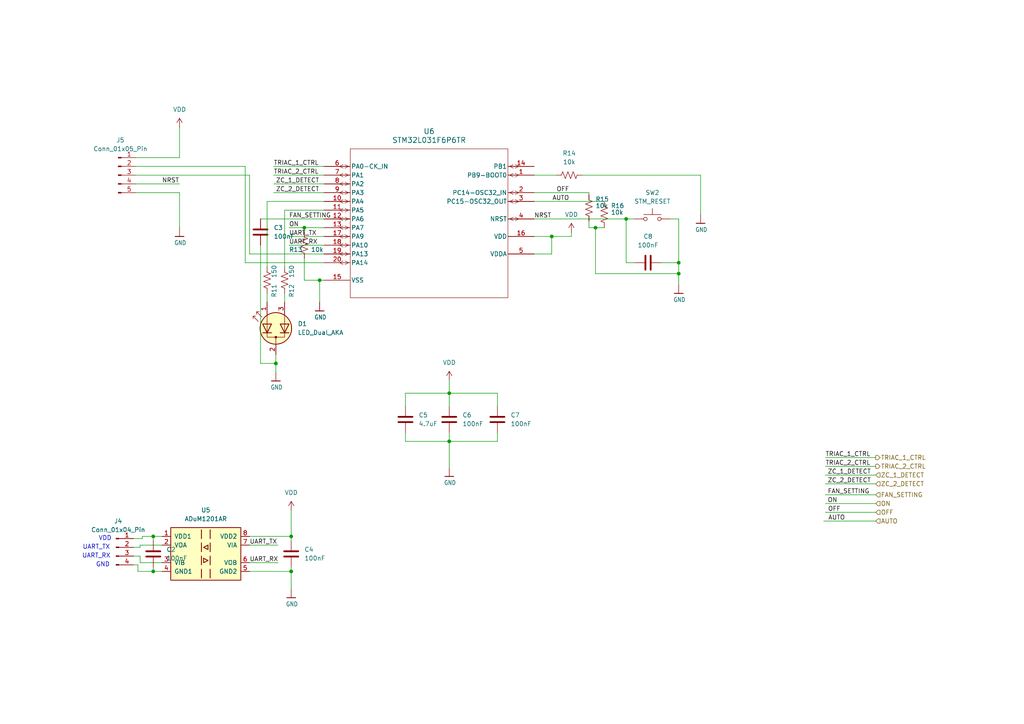
<source format=kicad_sch>
(kicad_sch (version 20250114) (generator "eeschema") (generator_version "9.0")
  (paper "A4")
  (lib_symbols
    (symbol "Adafruit Feather RP2040 RFM-eagle-import:GND" (power)
      (symbol "GND_1_0"
        (polyline (pts (xy -1.27 0) (xy 1.27 0)) (stroke (width 0.254)))
        (pin power_in line (at 0 2.54 270) (length 2.54) (name "GND") (number "1"))
      )
    )
    (symbol "Connector:Conn_01x04_Pin" (pin_names (offset 1.016) (hide yes))
      (property "Reference" "J" (at 0 5.08 0))
      (property "Value" "Conn_01x04_Pin" (at 0 -7.62 0))
      (symbol "Conn_01x04_Pin_1_1"
        (rectangle (start 0.8636 2.667) (end 0 2.413) (stroke (width 0.1524)) (fill (type outline)))
        (rectangle (start 0.8636 0.127) (end 0 -0.127) (stroke (width 0.1524)) (fill (type outline)))
        (rectangle (start 0.8636 -2.413) (end 0 -2.667) (stroke (width 0.1524)) (fill (type outline)))
        (rectangle (start 0.8636 -4.953) (end 0 -5.207) (stroke (width 0.1524)) (fill (type outline)))
        (polyline (pts (xy 1.27 2.54) (xy 0.8636 2.54)) (stroke (width 0.1524)))
        (polyline (pts (xy 1.27 0) (xy 0.8636 0)) (stroke (width 0.1524)))
        (polyline (pts (xy 1.27 -2.54) (xy 0.8636 -2.54)) (stroke (width 0.1524)))
        (polyline (pts (xy 1.27 -5.08) (xy 0.8636 -5.08)) (stroke (width 0.1524)))
        (pin passive line (at 5.08 2.54 180) (length 3.81) (name "Pin_1") (number "1"))
        (pin passive line (at 5.08 0 180) (length 3.81) (name "Pin_2") (number "2"))
        (pin passive line (at 5.08 -2.54 180) (length 3.81) (name "Pin_3") (number "3"))
        (pin passive line (at 5.08 -5.08 180) (length 3.81) (name "Pin_4") (number "4"))
      )
    )
    (symbol "Connector:Conn_01x05_Pin" (pin_names (offset 1.016) (hide yes))
      (property "Reference" "J" (at 0 7.62 0))
      (property "Value" "Conn_01x05_Pin" (at 0 -7.62 0))
      (symbol "Conn_01x05_Pin_1_1"
        (rectangle (start 0.8636 5.207) (end 0 4.953) (stroke (width 0.1524)) (fill (type outline)))
        (rectangle (start 0.8636 2.667) (end 0 2.413) (stroke (width 0.1524)) (fill (type outline)))
        (rectangle (start 0.8636 0.127) (end 0 -0.127) (stroke (width 0.1524)) (fill (type outline)))
        (rectangle (start 0.8636 -2.413) (end 0 -2.667) (stroke (width 0.1524)) (fill (type outline)))
        (rectangle (start 0.8636 -4.953) (end 0 -5.207) (stroke (width 0.1524)) (fill (type outline)))
        (polyline (pts (xy 1.27 5.08) (xy 0.8636 5.08)) (stroke (width 0.1524)))
        (polyline (pts (xy 1.27 2.54) (xy 0.8636 2.54)) (stroke (width 0.1524)))
        (polyline (pts (xy 1.27 0) (xy 0.8636 0)) (stroke (width 0.1524)))
        (polyline (pts (xy 1.27 -2.54) (xy 0.8636 -2.54)) (stroke (width 0.1524)))
        (polyline (pts (xy 1.27 -5.08) (xy 0.8636 -5.08)) (stroke (width 0.1524)))
        (pin passive line (at 5.08 5.08 180) (length 3.81) (name "Pin_1") (number "1"))
        (pin passive line (at 5.08 2.54 180) (length 3.81) (name "Pin_2") (number "2"))
        (pin passive line (at 5.08 0 180) (length 3.81) (name "Pin_3") (number "3"))
        (pin passive line (at 5.08 -2.54 180) (length 3.81) (name "Pin_4") (number "4"))
        (pin passive line (at 5.08 -5.08 180) (length 3.81) (name "Pin_5") (number "5"))
      )
    )
    (symbol "Device:C" (pin_numbers (hide yes)) (pin_names (offset 0.254))
      (property "Reference" "C" (at 0.635 2.54 0))
      (property "Value" "C" (at 0.635 -2.54 0))
      (symbol "C_0_1"
        (polyline (pts (xy -2.032 0.762) (xy 2.032 0.762)) (stroke (width 0.508)))
        (polyline (pts (xy -2.032 -0.762) (xy 2.032 -0.762)) (stroke (width 0.508)))
      )
      (symbol "C_1_1"
        (pin passive line (at 0 3.81 270) (length 2.794) (name "~") (number "1"))
        (pin passive line (at 0 -3.81 90) (length 2.794) (name "~") (number "2"))
      )
    )
    (symbol "Device:LED_Dual_AKA" (pin_names (offset 0) (hide yes))
      (property "Reference" "D" (at 0 5.715 0))
      (property "Value" "LED_Dual_AKA" (at 0 -6.35 0))
      (symbol "LED_Dual_AKA_0_1"
        (polyline (pts (xy -4.572 0) (xy -2.54 0)))
        (circle (center -2.54 0) (radius 0.2794) (fill (type outline)))
        (polyline (pts (xy -1.27 1.27) (xy -1.27 3.81)) (stroke (width 0.254)))
        (polyline (pts (xy -1.27 -1.27) (xy -1.27 -3.81)) (stroke (width 0.254)))
        (circle (center 0 0) (radius 4.572) (stroke (width 0.254)) (fill (type background)))
        (polyline (pts (xy 1.27 1.27) (xy 1.27 3.81) (xy -1.27 2.54) (xy 1.27 1.27)) (stroke (width 0.254)))
        (polyline (pts (xy 1.27 -3.81) (xy 1.27 -1.27) (xy -1.27 -2.54) (xy 1.27 -3.81)) (stroke (width 0.254)))
        (polyline (pts (xy 2.032 5.08) (xy 3.556 6.604) (xy 2.794 6.604) (xy 3.556 6.604) (xy 3.556 5.842)))
        (polyline (pts (xy 2.032 2.54) (xy -2.54 2.54) (xy -2.54 -2.54) (xy 2.032 -2.54)))
        (polyline (pts (xy 3.302 4.064) (xy 4.826 5.588) (xy 4.064 5.588) (xy 4.826 5.588) (xy 4.826 4.826)))
        (polyline (pts (xy 3.81 2.54) (xy 1.905 2.54)))
        (polyline (pts (xy 3.81 -2.54) (xy 1.905 -2.54)))
      )
      (symbol "LED_Dual_AKA_1_1"
        (pin input line (at -7.62 0 0) (length 3.048) (name "K") (number "2"))
        (pin input line (at 7.62 2.54 180) (length 3.81) (name "A1") (number "1"))
        (pin input line (at 7.62 -2.54 180) (length 3.81) (name "A2") (number "3"))
      )
    )
    (symbol "Device:R_US" (pin_numbers (hide yes)) (pin_names (offset 0))
      (property "Reference" "R" (at 2.54 0 90))
      (property "Value" "R_US" (at -2.54 0 90))
      (symbol "R_US_0_1"
        (polyline (pts (xy 0 2.286) (xy 0 2.54)))
        (polyline (pts (xy 0 2.286) (xy 1.016 1.905) (xy 0 1.524) (xy -1.016 1.143) (xy 0 0.762)))
        (polyline (pts (xy 0 0.762) (xy 1.016 0.381) (xy 0 0) (xy -1.016 -0.381) (xy 0 -0.762)))
        (polyline (pts (xy 0 -0.762) (xy 1.016 -1.143) (xy 0 -1.524) (xy -1.016 -1.905) (xy 0 -2.286)))
        (polyline (pts (xy 0 -2.286) (xy 0 -2.54)))
      )
      (symbol "R_US_1_1"
        (pin passive line (at 0 3.81 270) (length 1.27) (name "~") (number "1"))
        (pin passive line (at 0 -3.81 90) (length 1.27) (name "~") (number "2"))
      )
    )
    (symbol "Isolator:ADuM1201AR" (pin_names (offset 1.016))
      (property "Reference" "U" (at -10.16 8.89 0))
      (property "Value" "ADuM1201AR" (at -2.032 8.89 0))
      (symbol "ADuM1201AR_0_1"
        (rectangle (start -10.16 7.62) (end 10.16 -7.62) (stroke (width 0.254)) (fill (type background)))
        (polyline (pts (xy -1.27 6.985) (xy -1.27 4.445)) (stroke (width 0.254)))
        (polyline (pts (xy -1.27 3.175) (xy -1.27 0.635)) (stroke (width 0.254)))
        (polyline (pts (xy -1.27 -0.635) (xy -1.27 -3.175)) (stroke (width 0.254)))
        (polyline (pts (xy -1.27 -4.445) (xy -1.27 -6.985)) (stroke (width 0.254)))
        (polyline (pts (xy -0.635 -1.27) (xy -0.635 -2.54) (xy 0.635 -1.905) (xy -0.635 -1.27)) (stroke (width 0.254)))
        (polyline (pts (xy 0.635 2.54) (xy 0.635 1.27) (xy -0.635 1.905) (xy 0.635 2.54)) (stroke (width 0.254)))
        (polyline (pts (xy 1.27 6.985) (xy 1.27 4.445)) (stroke (width 0.254)))
        (polyline (pts (xy 1.27 3.175) (xy 1.27 0.635)) (stroke (width 0.254)))
        (polyline (pts (xy 1.27 -0.635) (xy 1.27 -3.175)) (stroke (width 0.254)))
        (polyline (pts (xy 1.27 -4.445) (xy 1.27 -6.985)) (stroke (width 0.254)))
      )
      (symbol "ADuM1201AR_1_1"
        (pin power_in line (at -12.7 5.08 0) (length 2.54) (name "VDD1") (number "1"))
        (pin output line (at -12.7 2.54 0) (length 2.54) (name "VOA") (number "2"))
        (pin input line (at -12.7 -2.54 0) (length 2.54) (name "VIB") (number "3"))
        (pin power_in line (at -12.7 -5.08 0) (length 2.54) (name "GND1") (number "4"))
        (pin power_in line (at 12.7 5.08 180) (length 2.54) (name "VDD2") (number "8"))
        (pin input line (at 12.7 2.54 180) (length 2.54) (name "VIA") (number "7"))
        (pin output line (at 12.7 -2.54 180) (length 2.54) (name "VOB") (number "6"))
        (pin power_in line (at 12.7 -5.08 180) (length 2.54) (name "GND2") (number "5"))
      )
    )
    (symbol "STM32F01:STM32L010F4P6" (pin_names (offset 0.254))
      (property "Reference" "U" (at 30.48 10.16 0))
      (property "Value" "STM32L010F4P6" (at 30.48 7.62 0))
      (symbol "STM32L010F4P6_0_1"
        (polyline (pts (xy 5.5372 0.5207) (xy 4.4958 0)) (stroke (width 0.127)))
        (polyline (pts (xy 5.5372 -0.5207) (xy 4.4958 0)) (stroke (width 0.127)))
        (polyline (pts (xy 5.5372 -2.0193) (xy 4.4958 -2.54)) (stroke (width 0.127)))
        (polyline (pts (xy 5.5372 -3.0607) (xy 4.4958 -2.54)) (stroke (width 0.127)))
        (polyline (pts (xy 5.5372 -4.5593) (xy 4.4958 -5.08)) (stroke (width 0.127)))
        (polyline (pts (xy 5.5372 -5.6007) (xy 4.4958 -5.08)) (stroke (width 0.127)))
        (polyline (pts (xy 5.5372 -7.0993) (xy 4.4958 -7.62)) (stroke (width 0.127)))
        (polyline (pts (xy 5.5372 -8.1407) (xy 4.4958 -7.62)) (stroke (width 0.127)))
        (polyline (pts (xy 5.5372 -9.6393) (xy 4.4958 -10.16)) (stroke (width 0.127)))
        (polyline (pts (xy 5.5372 -10.6807) (xy 4.4958 -10.16)) (stroke (width 0.127)))
        (polyline (pts (xy 5.5372 -12.1793) (xy 4.4958 -12.7)) (stroke (width 0.127)))
        (polyline (pts (xy 5.5372 -13.2207) (xy 4.4958 -12.7)) (stroke (width 0.127)))
        (polyline (pts (xy 5.5372 -14.7193) (xy 4.4958 -15.24)) (stroke (width 0.127)))
        (polyline (pts (xy 5.5372 -15.7607) (xy 4.4958 -15.24)) (stroke (width 0.127)))
        (polyline (pts (xy 5.5372 -17.2593) (xy 4.4958 -17.78)) (stroke (width 0.127)))
        (polyline (pts (xy 5.5372 -18.3007) (xy 4.4958 -17.78)) (stroke (width 0.127)))
        (polyline (pts (xy 5.5372 -19.7993) (xy 4.4958 -20.32)) (stroke (width 0.127)))
        (polyline (pts (xy 5.5372 -20.8407) (xy 4.4958 -20.32)) (stroke (width 0.127)))
        (polyline (pts (xy 5.5372 -22.3393) (xy 4.4958 -22.86)) (stroke (width 0.127)))
        (polyline (pts (xy 5.5372 -23.3807) (xy 4.4958 -22.86)) (stroke (width 0.127)))
        (polyline (pts (xy 5.5372 -24.8793) (xy 4.4958 -25.4)) (stroke (width 0.127)))
        (polyline (pts (xy 5.5372 -25.9207) (xy 4.4958 -25.4)) (stroke (width 0.127)))
        (polyline (pts (xy 5.5372 -27.4193) (xy 4.4958 -27.94)) (stroke (width 0.127)))
        (polyline (pts (xy 5.5372 -28.4607) (xy 4.4958 -27.94)) (stroke (width 0.127)))
        (polyline (pts (xy 7.0993 0) (xy 6.0579 0.5207)) (stroke (width 0.127)))
        (polyline (pts (xy 7.0993 0) (xy 6.0579 -0.5207)) (stroke (width 0.127)))
        (polyline (pts (xy 7.0993 -2.54) (xy 6.0579 -2.0193)) (stroke (width 0.127)))
        (polyline (pts (xy 7.0993 -2.54) (xy 6.0579 -3.0607)) (stroke (width 0.127)))
        (polyline (pts (xy 7.0993 -5.08) (xy 6.0579 -4.5593)) (stroke (width 0.127)))
        (polyline (pts (xy 7.0993 -5.08) (xy 6.0579 -5.6007)) (stroke (width 0.127)))
        (polyline (pts (xy 7.0993 -7.62) (xy 6.0579 -7.0993)) (stroke (width 0.127)))
        (polyline (pts (xy 7.0993 -7.62) (xy 6.0579 -8.1407)) (stroke (width 0.127)))
        (polyline (pts (xy 7.0993 -10.16) (xy 6.0579 -9.6393)) (stroke (width 0.127)))
        (polyline (pts (xy 7.0993 -10.16) (xy 6.0579 -10.6807)) (stroke (width 0.127)))
        (polyline (pts (xy 7.0993 -12.7) (xy 6.0579 -12.1793)) (stroke (width 0.127)))
        (polyline (pts (xy 7.0993 -12.7) (xy 6.0579 -13.2207)) (stroke (width 0.127)))
        (polyline (pts (xy 7.0993 -15.24) (xy 6.0579 -14.7193)) (stroke (width 0.127)))
        (polyline (pts (xy 7.0993 -15.24) (xy 6.0579 -15.7607)) (stroke (width 0.127)))
        (polyline (pts (xy 7.0993 -17.78) (xy 6.0579 -17.2593)) (stroke (width 0.127)))
        (polyline (pts (xy 7.0993 -17.78) (xy 6.0579 -18.3007)) (stroke (width 0.127)))
        (polyline (pts (xy 7.0993 -20.32) (xy 6.0579 -19.7993)) (stroke (width 0.127)))
        (polyline (pts (xy 7.0993 -20.32) (xy 6.0579 -20.8407)) (stroke (width 0.127)))
        (polyline (pts (xy 7.0993 -22.86) (xy 6.0579 -22.3393)) (stroke (width 0.127)))
        (polyline (pts (xy 7.0993 -22.86) (xy 6.0579 -23.3807)) (stroke (width 0.127)))
        (polyline (pts (xy 7.0993 -25.4) (xy 6.0579 -24.8793)) (stroke (width 0.127)))
        (polyline (pts (xy 7.0993 -25.4) (xy 6.0579 -25.9207)) (stroke (width 0.127)))
        (polyline (pts (xy 7.0993 -27.94) (xy 6.0579 -27.4193)) (stroke (width 0.127)))
        (polyline (pts (xy 7.0993 -27.94) (xy 6.0579 -28.4607)) (stroke (width 0.127)))
        (polyline (pts (xy 7.62 5.08) (xy 7.62 -38.1)) (stroke (width 0.127)))
        (polyline (pts (xy 7.62 -38.1) (xy 53.34 -38.1)) (stroke (width 0.127)))
        (polyline (pts (xy 53.34 5.08) (xy 7.62 5.08)) (stroke (width 0.127)))
        (polyline (pts (xy 53.34 -38.1) (xy 53.34 5.08)) (stroke (width 0.127)))
        (polyline (pts (xy 53.8607 0) (xy 54.9021 0.5207)) (stroke (width 0.127)))
        (polyline (pts (xy 53.8607 0) (xy 54.9021 -0.5207)) (stroke (width 0.127)))
        (polyline (pts (xy 53.8607 -2.54) (xy 54.9021 -2.0193)) (stroke (width 0.127)))
        (polyline (pts (xy 53.8607 -2.54) (xy 54.9021 -3.0607)) (stroke (width 0.127)))
        (polyline (pts (xy 53.8607 -7.62) (xy 54.9021 -7.0993)) (stroke (width 0.127)))
        (polyline (pts (xy 53.8607 -7.62) (xy 54.9021 -8.1407)) (stroke (width 0.127)))
        (polyline (pts (xy 53.8607 -10.16) (xy 54.9021 -9.6393)) (stroke (width 0.127)))
        (polyline (pts (xy 53.8607 -10.16) (xy 54.9021 -10.6807)) (stroke (width 0.127)))
        (polyline (pts (xy 53.8607 -15.24) (xy 54.9021 -14.7193)) (stroke (width 0.127)))
        (polyline (pts (xy 53.8607 -15.24) (xy 54.9021 -15.7607)) (stroke (width 0.127)))
        (polyline (pts (xy 55.4228 0.5207) (xy 56.4642 0)) (stroke (width 0.127)))
        (polyline (pts (xy 55.4228 -0.5207) (xy 56.4642 0)) (stroke (width 0.127)))
        (polyline (pts (xy 55.4228 -2.0193) (xy 56.4642 -2.54)) (stroke (width 0.127)))
        (polyline (pts (xy 55.4228 -3.0607) (xy 56.4642 -2.54)) (stroke (width 0.127)))
        (polyline (pts (xy 55.4228 -7.0993) (xy 56.4642 -7.62)) (stroke (width 0.127)))
        (polyline (pts (xy 55.4228 -8.1407) (xy 56.4642 -7.62)) (stroke (width 0.127)))
        (polyline (pts (xy 55.4228 -9.6393) (xy 56.4642 -10.16)) (stroke (width 0.127)))
        (polyline (pts (xy 55.4228 -10.6807) (xy 56.4642 -10.16)) (stroke (width 0.127)))
        (polyline (pts (xy 55.4228 -14.7193) (xy 56.4642 -15.24)) (stroke (width 0.127)))
        (polyline (pts (xy 55.4228 -15.7607) (xy 56.4642 -15.24)) (stroke (width 0.127)))
        (pin bidirectional line (at 0 0 0) (length 7.62) (name "PA0-CK_IN") (number "6"))
        (pin bidirectional line (at 0 -2.54 0) (length 7.62) (name "PA1") (number "7"))
        (pin bidirectional line (at 0 -5.08 0) (length 7.62) (name "PA2") (number "8"))
        (pin bidirectional line (at 0 -7.62 0) (length 7.62) (name "PA3") (number "9"))
        (pin bidirectional line (at 0 -10.16 0) (length 7.62) (name "PA4") (number "10"))
        (pin bidirectional line (at 0 -12.7 0) (length 7.62) (name "PA5") (number "11"))
        (pin bidirectional line (at 0 -15.24 0) (length 7.62) (name "PA6") (number "12"))
        (pin bidirectional line (at 0 -17.78 0) (length 7.62) (name "PA7") (number "13"))
        (pin bidirectional line (at 0 -20.32 0) (length 7.62) (name "PA9") (number "17"))
        (pin bidirectional line (at 0 -22.86 0) (length 7.62) (name "PA10") (number "18"))
        (pin bidirectional line (at 0 -25.4 0) (length 7.62) (name "PA13") (number "19"))
        (pin bidirectional line (at 0 -27.94 0) (length 7.62) (name "PA14") (number "20"))
        (pin power_in line (at 0 -33.02 0) (length 7.62) (name "VSS") (number "15"))
        (pin bidirectional line (at 60.96 0 180) (length 7.62) (name "PB1") (number "14"))
        (pin input line (at 60.96 -2.54 180) (length 7.62) (name "PB9-BOOT0") (number "1"))
        (pin bidirectional line (at 60.96 -7.62 180) (length 7.62) (name "PC14-OSC32_IN") (number "2"))
        (pin bidirectional line (at 60.96 -10.16 180) (length 7.62) (name "PC15-OSC32_OUT") (number "3"))
        (pin bidirectional line (at 60.96 -15.24 180) (length 7.62) (name "NRST") (number "4"))
        (pin power_in line (at 60.96 -20.32 180) (length 7.62) (name "VDD") (number "16"))
        (pin power_in line (at 60.96 -25.4 180) (length 7.62) (name "VDDA") (number "5"))
      )
    )
    (symbol "Switch:SW_Push" (pin_numbers (hide yes)) (pin_names (offset 1.016) (hide yes))
      (property "Reference" "SW" (at 1.27 2.54 0))
      (property "Value" "SW_Push" (at 0 -1.524 0))
      (symbol "SW_Push_0_1"
        (circle (center -2.032 0) (radius 0.508))
        (polyline (pts (xy 0 1.27) (xy 0 3.048)))
        (circle (center 2.032 0) (radius 0.508))
        (polyline (pts (xy 2.54 1.27) (xy -2.54 1.27)))
        (pin passive line (at -5.08 0 0) (length 2.54) (name "1") (number "1"))
        (pin passive line (at 5.08 0 180) (length 2.54) (name "2") (number "2"))
      )
    )
    (symbol "power:VDD" (power) (pin_numbers (hide yes)) (pin_names (offset 0) (hide yes))
      (property "Value" "VDD" (at 0 3.556 0))
      (symbol "VDD_0_1"
        (polyline (pts (xy -0.762 1.27) (xy 0 2.54)))
        (polyline (pts (xy 0 2.54) (xy 0.762 1.27)))
        (polyline (pts (xy 0 0) (xy 0 2.54)))
      )
      (symbol "VDD_1_1"
        (pin power_in line (at 0 0 90) (length 0) (name "~") (number "1"))
      )
    )
  )
  (text "GND" (at 29.845 163.83 0) (effects (font (size 1.27 1.27))))
  (text "UART_RX\n" (at 27.94 161.29 0) (effects (font (size 1.27 1.27))))
  (text "VDD" (at 30.48 156.21 0) (effects (font (size 1.27 1.27))))
  (text "UART_TX" (at 27.94 158.75 0) (effects (font (size 1.27 1.27))))
  (junction (at 172.72 66.04))
  (junction (at 80.01 105.41))
  (junction (at 160.02 68.58))
  (junction (at 196.85 76.2))
  (junction (at 44.45 165.735))
  (junction (at 130.302 114.046))
  (junction (at 181.61 63.5))
  (junction (at 196.85 79.375))
  (junction (at 88.265 66.04))
  (junction (at 130.302 128.016))
  (junction (at 44.45 155.575))
  (junction (at 84.455 165.735))
  (junction (at 92.71 81.28))
  (junction (at 84.455 155.575))
  (wire (pts (xy 83.82 66.04) (xy 88.265 66.04)))
  (wire (pts (xy 38.735 163.83) (xy 40.005 163.83)))
  (wire (pts (xy 239.395 143.51) (xy 254 143.51)))
  (wire (pts (xy 38.735 158.75) (xy 40.64 158.75)))
  (wire (pts (xy 41.275 155.575) (xy 44.45 155.575)))
  (wire (pts (xy 238.9051 151.13) (xy 254 151.13)))
  (wire (pts (xy 191.77 76.2) (xy 196.85 76.2)))
  (wire (pts (xy 82.55 60.96) (xy 93.98 60.96)))
  (wire (pts (xy 181.61 63.5) (xy 184.15 63.5)))
  (wire (pts (xy 44.45 155.575) (xy 44.45 156.845)))
  (wire (pts (xy 72.39 73.66) (xy 93.98 73.66)))
  (wire (pts (xy 72.39 158.115) (xy 80.645 158.115)))
  (wire (pts (xy 196.85 76.2) (xy 196.85 79.375)))
  (wire (pts (xy 88.265 74.93) (xy 88.265 81.28)))
  (wire (pts (xy 82.55 85.09) (xy 82.55 87.63)))
  (wire (pts (xy 44.45 164.465) (xy 44.45 165.735)))
  (wire (pts (xy 75.565 63.5) (xy 93.98 63.5)))
  (wire (pts (xy 72.39 50.8) (xy 72.39 73.66)))
  (wire (pts (xy 117.602 117.856) (xy 117.602 114.046)))
  (wire (pts (xy 154.94 55.88) (xy 170.815 55.88)))
  (wire (pts (xy 194.31 63.5) (xy 196.85 63.5)))
  (wire (pts (xy 72.39 163.195) (xy 80.645 163.195)))
  (wire (pts (xy 83.82 68.58) (xy 93.98 68.58)))
  (wire (pts (xy 39.37 45.72) (xy 52.07 45.72)))
  (wire (pts (xy 154.94 73.66) (xy 160.02 73.66)))
  (wire (pts (xy 165.735 67.31) (xy 165.735 68.58)))
  (wire (pts (xy 77.47 58.42) (xy 77.47 77.47)))
  (wire (pts (xy 239.395 146.05) (xy 254 146.05)))
  (wire (pts (xy 72.39 155.575) (xy 84.455 155.575)))
  (wire (pts (xy 144.272 114.046) (xy 144.272 117.856)))
  (wire (pts (xy 88.265 81.28) (xy 92.71 81.28)))
  (wire (pts (xy 88.265 66.04) (xy 88.265 67.31)))
  (wire (pts (xy 172.72 66.04) (xy 172.72 79.375)))
  (wire (pts (xy 239.395 140.335) (xy 254 140.335)))
  (wire (pts (xy 239.395 135.255) (xy 254 135.255)))
  (wire (pts (xy 88.265 66.04) (xy 93.98 66.04)))
  (wire (pts (xy 117.602 128.016) (xy 130.302 128.016)))
  (wire (pts (xy 75.565 105.41) (xy 80.01 105.41)))
  (wire (pts (xy 44.45 155.575) (xy 46.99 155.575)))
  (wire (pts (xy 172.72 79.375) (xy 196.85 79.375)))
  (wire (pts (xy 79.375 50.8) (xy 93.98 50.8)))
  (wire (pts (xy 84.455 164.465) (xy 84.455 165.735)))
  (wire (pts (xy 196.85 79.375) (xy 196.85 82.55)))
  (wire (pts (xy 40.64 158.75) (xy 40.64 158.115)))
  (wire (pts (xy 196.85 63.5) (xy 196.85 76.2)))
  (wire (pts (xy 130.302 128.016) (xy 144.272 128.016)))
  (wire (pts (xy 165.735 68.58) (xy 160.02 68.58)))
  (wire (pts (xy 80.01 107.95) (xy 80.01 105.41)))
  (wire (pts (xy 40.64 161.29) (xy 40.64 163.195)))
  (wire (pts (xy 168.91 50.8) (xy 203.2 50.8)))
  (wire (pts (xy 144.272 128.016) (xy 144.272 125.476)))
  (wire (pts (xy 239.395 148.59) (xy 254 148.59)))
  (wire (pts (xy 130.302 110.236) (xy 130.302 114.046)))
  (wire (pts (xy 84.455 165.735) (xy 84.455 170.815)))
  (wire (pts (xy 160.02 68.58) (xy 160.02 73.66)))
  (wire (pts (xy 72.39 165.735) (xy 84.455 165.735)))
  (wire (pts (xy 77.47 58.42) (xy 93.98 58.42)))
  (wire (pts (xy 52.07 36.83) (xy 52.07 45.72)))
  (wire (pts (xy 82.55 60.96) (xy 82.55 77.47)))
  (wire (pts (xy 203.2 50.8) (xy 203.2 62.23)))
  (wire (pts (xy 80.01 105.41) (xy 80.01 102.87)))
  (wire (pts (xy 170.815 56.515) (xy 170.815 55.88)))
  (wire (pts (xy 79.375 53.34) (xy 93.98 53.34)))
  (wire (pts (xy 154.94 58.42) (xy 175.26 58.42)))
  (wire (pts (xy 117.602 114.046) (xy 130.302 114.046)))
  (wire (pts (xy 40.64 158.115) (xy 46.99 158.115)))
  (wire (pts (xy 40.005 165.735) (xy 44.45 165.735)))
  (wire (pts (xy 77.47 85.09) (xy 77.47 87.63)))
  (wire (pts (xy 239.395 137.795) (xy 254 137.795)))
  (wire (pts (xy 84.455 147.955) (xy 84.455 155.575)))
  (wire (pts (xy 170.815 64.135) (xy 170.815 66.04)))
  (wire (pts (xy 44.45 165.735) (xy 46.99 165.735)))
  (wire (pts (xy 75.565 71.12) (xy 75.565 105.41)))
  (wire (pts (xy 181.61 63.5) (xy 181.61 76.2)))
  (wire (pts (xy 154.94 63.5) (xy 181.61 63.5)))
  (wire (pts (xy 239.395 132.715) (xy 254 132.715)))
  (wire (pts (xy 172.72 66.04) (xy 175.26 66.04)))
  (wire (pts (xy 130.302 125.476) (xy 130.302 128.016)))
  (wire (pts (xy 79.375 48.26) (xy 93.98 48.26)))
  (wire (pts (xy 84.455 155.575) (xy 84.455 156.845)))
  (wire (pts (xy 130.302 114.046) (xy 144.272 114.046)))
  (wire (pts (xy 40.005 163.83) (xy 40.005 165.735)))
  (wire (pts (xy 41.275 156.21) (xy 41.275 155.575)))
  (wire (pts (xy 39.37 55.88) (xy 52.07 55.88)))
  (wire (pts (xy 130.302 114.046) (xy 130.302 117.856)))
  (wire (pts (xy 39.37 50.8) (xy 72.39 50.8)))
  (wire (pts (xy 40.64 163.195) (xy 46.99 163.195)))
  (wire (pts (xy 154.94 68.58) (xy 160.02 68.58)))
  (wire (pts (xy 79.375 55.88) (xy 93.98 55.88)))
  (wire (pts (xy 92.71 81.28) (xy 92.71 87.63)))
  (wire (pts (xy 39.37 48.26) (xy 71.12 48.26)))
  (wire (pts (xy 170.815 66.04) (xy 172.72 66.04)))
  (wire (pts (xy 52.07 55.88) (xy 52.07 66.04)))
  (wire (pts (xy 181.61 76.2) (xy 184.15 76.2)))
  (wire (pts (xy 39.37 53.34) (xy 52.07 53.34)))
  (wire (pts (xy 93.98 81.28) (xy 92.71 81.28)))
  (wire (pts (xy 71.12 76.2) (xy 93.98 76.2)))
  (wire (pts (xy 117.602 125.476) (xy 117.602 128.016)))
  (wire (pts (xy 154.94 50.8) (xy 161.29 50.8)))
  (wire (pts (xy 71.12 48.26) (xy 71.12 76.2)))
  (wire (pts (xy 38.735 161.29) (xy 40.64 161.29)))
  (wire (pts (xy 130.302 128.016) (xy 130.302 135.636)))
  (wire (pts (xy 38.735 156.21) (xy 41.275 156.21)))
  (wire (pts (xy 83.82 71.12) (xy 93.98 71.12)))
  (label "ON" (at 240.03 146.05 0))
  (label "UART_RX" (at 83.82 71.12 0))
  (label "ZC_1_DETECT" (at 80.01 53.34 0))
  (label "UART_TX" (at 72.39 158.115 0))
  (label "ZC_1_DETECT" (at 240.03 137.795 0))
  (label "TRIAC_1_CTRL" (at 239.395 132.715 0))
  (label "TRIAC_2_CTRL" (at 239.395 135.255 0))
  (label "TRIAC_2_CTRL" (at 79.375 50.8 0))
  (label "AUTO" (at 245.11 151.13 180))
  (label "ZC_2_DETECT" (at 240.03 140.335 0))
  (label "ON" (at 83.82 66.04 0))
  (label "TRIAC_1_CTRL" (at 79.375 48.26 0))
  (label "OFF" (at 165.1 55.88 180))
  (label "ZC_2_DETECT" (at 80.01 55.88 0))
  (label "UART_TX" (at 83.82 68.58 0))
  (label "OFF" (at 243.84 148.59 180))
  (label "FAN_SETTING" (at 240.03 143.51 0))
  (label "NRST" (at 154.94 63.5 0))
  (label "NRST" (at 46.99 53.34 0))
  (label "FAN_SETTING" (at 83.82 63.5 0))
  (label "AUTO" (at 165.1 58.42 180))
  (label "UART_RX" (at 72.39 163.195 0))
  (hierarchical_label "OFF" (shape input) (at 254 148.59 0))
  (hierarchical_label "ZC_1_DETECT" (shape input) (at 254 137.795 0))
  (hierarchical_label "FAN_SETTING" (shape input) (at 254 143.51 0))
  (hierarchical_label "ZC_2_DETECT" (shape input) (at 254 140.335 0))
  (hierarchical_label "TRIAC_1_CTRL" (shape output) (at 254 132.715 0))
  (hierarchical_label "TRIAC_2_CTRL" (shape output) (at 254 135.255 0))
  (hierarchical_label "AUTO" (shape input) (at 254 151.13 0))
  (hierarchical_label "ON" (shape input) (at 254 146.05 0))
  (symbol (lib_id "Connector:Conn_01x05_Pin") (at 34.29 50.8 0) (unit 1)
    (property "Reference" "J5" (at 34.925 40.64 0))
    (property "Value" "Conn_01x05_Pin" (at 34.925 43.18 0))
    (property "Footprint" "Connector_JST:JST_EH_B5B-EH-A_1x05_P2.50mm_Vertical" (effects (hide yes)))
    (property "Description" "Generic connector, single row, 01x05, script generated" (effects (hide yes)))
    (instances (project "" (path "" (reference "J5") (unit 1))) (project "" (path "" (reference "J1") (unit 1))))
  )
  (symbol (lib_id "Adafruit Feather RP2040 RFM-eagle-import:GND") (at 92.71 90.17 0) (unit 1)
    (property "Reference" "#U$010" (effects (hide yes)))
    (property "Value" "GND" (at 91.186 92.71 0) (effects (font (size 1.27 1.0795)) (justify left bottom)))
    (instances (project "bramble" (path "" (reference "#U$010") (unit 1))) (project "bramble" (path "" (reference "#U$07") (unit 1))))
  )
  (symbol (lib_id "Device:C") (at 130.302 121.666 0) (unit 1)
    (property "Reference" "C6" (at 134.112 120.3959 0) (effects (justify left)))
    (property "Value" "100nF" (at 134.112 122.9359 0) (effects (justify left)))
    (property "Footprint" "Capacitor_SMD:C_0805_2012Metric" (effects (hide yes)))
    (property "Description" "Unpolarized capacitor" (effects (hide yes)))
    (instances (project "bramble" (path "" (reference "C6") (unit 1))) (project "bramble" (path "" (reference "C4") (unit 1))))
  )
  (symbol (lib_id "Switch:SW_Push") (at 189.23 63.5 0) (unit 1)
    (property "Reference" "SW2" (at 189.23 55.88 0))
    (property "Value" "STM_RESET" (at 189.23 58.42 0))
    (property "Footprint" "Button_Switch_SMD:SW_SPST_EVQP2_MiddlePushTravel_H2.5mm" (effects (hide yes)))
    (property "Description" "Push button switch, generic, two pins" (effects (hide yes)))
    (instances (project "bramble" (path "" (reference "SW2") (unit 1))) (project "bramble" (path "" (reference "SW1") (unit 1))))
  )
  (symbol (lib_id "Isolator:ADuM1201AR") (at 59.69 160.655 0) (unit 1)
    (property "Reference" "U5" (at 59.69 147.955 0))
    (property "Value" "ADuM1201AR" (at 59.69 150.495 0))
    (property "Footprint" "Package_SO:SOIC-8_3.9x4.9mm_P1.27mm" (effects (hide yes)))
    (property "Datasheet" "https://www.analog.com/media/en/technical-documentation/data-sheets/ADuM1200_1201.pdf" (effects (hide yes)))
    (property "Description" "Dual-channel digital isolator, bidirectional communication, 3V/5V level translation, SOIC-8" (effects (hide yes)))
  )
  (symbol (lib_id "Device:C") (at 144.272 121.666 0) (unit 1)
    (property "Reference" "C7" (at 148.082 120.3959 0) (effects (justify left)))
    (property "Value" "100nF" (at 148.082 122.9359 0) (effects (justify left)))
    (property "Footprint" "Capacitor_SMD:C_0805_2012Metric" (effects (hide yes)))
    (property "Description" "Unpolarized capacitor" (effects (hide yes)))
    (instances (project "bramble" (path "" (reference "C7") (unit 1))) (project "bramble" (path "" (reference "C5") (unit 1))))
  )
  (symbol (lib_id "Device:R_US") (at 170.815 60.325 0) (unit 1)
    (property "Reference" "R15" (at 172.72 57.785 0) (effects (justify left)))
    (property "Value" "10k" (at 172.72 59.69 0) (effects (justify left)))
    (property "Footprint" "Resistor_SMD:R_0805_2012Metric" (effects (hide yes)))
    (property "Description" "Resistor, US symbol" (effects (hide yes)))
  )
  (symbol (lib_id "power:VDD") (at 130.302 110.236 0) (unit 1)
    (property "Reference" "#PWR013" (effects (hide yes)))
    (property "Value" "VDD" (at 130.302 105.156 0))
    (property "Description" "Power symbol creates a global label with name \"VDD\"" (effects (hide yes)))
    (instances (project "bramble" (path "" (reference "#PWR013") (unit 1))) (project "bramble" (path "" (reference "#PWR016") (unit 1))))
  )
  (symbol (lib_id "Device:R_US") (at 77.47 81.28 180) (unit 1)
    (property "Reference" "R11" (at 79.502 84.328 90))
    (property "Value" "150" (at 79.502 78.74 90))
    (property "Footprint" "Resistor_SMD:R_0805_2012Metric" (effects (hide yes)))
    (property "Description" "Resistor, US symbol" (effects (hide yes)))
    (instances (project "bramble" (path "" (reference "R11") (unit 1))) (project "bramble" (path "" (reference "R22") (unit 1))))
  )
  (symbol (lib_id "Adafruit Feather RP2040 RFM-eagle-import:GND") (at 84.455 173.355 0) (unit 1)
    (property "Reference" "#U$09" (effects (hide yes)))
    (property "Value" "GND" (at 82.931 175.895 0) (effects (font (size 1.27 1.0795)) (justify left bottom)))
  )
  (symbol (lib_id "Device:LED_Dual_AKA") (at 80.01 95.25 90) (unit 1)
    (property "Reference" "D1" (at 86.36 93.9164 90) (effects (justify right)))
    (property "Value" "LED_Dual_AKA" (at 86.36 96.4564 90) (effects (justify right)))
    (property "Footprint" "LED_THT:LED_D3.0mm-3" (effects (hide yes)))
    (property "Description" "Dual LED, common cathode on pin 2" (effects (hide yes)))
  )
  (symbol (lib_id "Device:R_US") (at 165.1 50.8 90) (unit 1)
    (property "Reference" "R14" (at 165.1 44.45 90))
    (property "Value" "10k" (at 165.1 46.99 90))
    (property "Footprint" "Resistor_SMD:R_0805_2012Metric" (effects (hide yes)))
    (property "Description" "Resistor, US symbol" (effects (hide yes)))
    (instances (project "" (path "" (reference "R14") (unit 1))) (project "" (path "" (reference "R11") (unit 1))))
  )
  (symbol (lib_id "power:VDD") (at 52.07 36.83 0) (unit 1)
    (property "Reference" "#PWR011" (effects (hide yes)))
    (property "Value" "VDD" (at 52.07 31.75 0))
    (property "Description" "Power symbol creates a global label with name \"VDD\"" (effects (hide yes)))
    (instances (project "bramble" (path "" (reference "#PWR011") (unit 1))) (project "bramble" (path "" (reference "#PWR014") (unit 1))))
  )
  (symbol (lib_id "Adafruit Feather RP2040 RFM-eagle-import:GND") (at 196.85 85.09 0) (unit 1)
    (property "Reference" "#U$012" (effects (hide yes)))
    (property "Value" "GND" (at 195.326 87.63 0) (effects (font (size 1.27 1.0795)) (justify left bottom)))
    (instances (project "bramble" (path "" (reference "#U$012") (unit 1))) (project "bramble" (path "" (reference "#U$09") (unit 1))))
  )
  (symbol (lib_id "Adafruit Feather RP2040 RFM-eagle-import:GND") (at 52.07 68.58 0) (unit 1)
    (property "Reference" "#U$07" (effects (hide yes)))
    (property "Value" "GND" (at 50.546 71.12 0) (effects (font (size 1.27 1.0795)) (justify left bottom)))
    (instances (project "bramble" (path "" (reference "#U$07") (unit 1))) (project "bramble" (path "" (reference "#U$04") (unit 1))))
  )
  (symbol (lib_id "Device:C") (at 75.565 67.31 0) (unit 1)
    (property "Reference" "C3" (at 79.375 66.0399 0) (effects (justify left)))
    (property "Value" "100nF" (at 79.375 68.5799 0) (effects (justify left)))
    (property "Footprint" "Capacitor_SMD:C_0805_2012Metric" (effects (hide yes)))
    (property "Description" "Unpolarized capacitor" (effects (hide yes)))
  )
  (symbol (lib_id "STM32F01:STM32L010F4P6") (at 93.98 48.26 0) (unit 1)
    (property "Reference" "U6" (at 124.46 38.1 0) (effects (font (size 1.524 1.524))))
    (property "Value" "STM32L031F6P6TR" (at 124.46 40.64 0) (effects (font (size 1.524 1.524))))
    (property "Footprint" "Package_SO:TSSOP-20_4.4x6.5mm_P0.65mm" (effects (hide yes)))
    (property "Datasheet" "https://www.st.com/resource/en/datasheet/stm32l010f4.pdf" (effects (hide yes)))
    (instances (project "bramble" (path "" (reference "U6") (unit 1))) (project "bramble" (path "" (reference "U3") (unit 1))))
  )
  (symbol (lib_id "Adafruit Feather RP2040 RFM-eagle-import:GND") (at 130.302 138.176 0) (unit 1)
    (property "Reference" "#U$011" (effects (hide yes)))
    (property "Value" "GND" (at 128.778 140.716 0) (effects (font (size 1.27 1.0795)) (justify left bottom)))
    (instances (project "bramble" (path "" (reference "#U$011") (unit 1))) (project "bramble" (path "" (reference "#U$05") (unit 1))))
  )
  (symbol (lib_id "Device:R_US") (at 82.55 81.28 180) (unit 1)
    (property "Reference" "R12" (at 84.582 84.328 90))
    (property "Value" "150" (at 84.582 78.74 90))
    (property "Footprint" "Resistor_SMD:R_0805_2012Metric" (effects (hide yes)))
    (property "Description" "Resistor, US symbol" (effects (hide yes)))
    (instances (project "bramble" (path "" (reference "R12") (unit 1))) (project "bramble" (path "" (reference "R23") (unit 1))))
  )
  (symbol (lib_id "Adafruit Feather RP2040 RFM-eagle-import:GND") (at 203.2 64.77 0) (unit 1)
    (property "Reference" "#U$013" (effects (hide yes)))
    (property "Value" "GND" (at 201.676 67.31 0) (effects (font (size 1.27 1.0795)) (justify left bottom)))
    (instances (project "bramble" (path "" (reference "#U$013") (unit 1))) (project "bramble" (path "" (reference "#U$08") (unit 1))))
  )
  (symbol (lib_id "Device:C") (at 84.455 160.655 0) (unit 1)
    (property "Reference" "C4" (at 88.265 159.3849 0) (effects (justify left)))
    (property "Value" "100nF" (at 88.265 161.9249 0) (effects (justify left)))
    (property "Footprint" "Capacitor_SMD:C_0805_2012Metric" (effects (hide yes)))
    (property "Description" "Unpolarized capacitor" (effects (hide yes)))
  )
  (symbol (lib_id "power:VDD") (at 165.735 67.31 0) (unit 1)
    (property "Reference" "#PWR014" (effects (hide yes)))
    (property "Value" "VDD" (at 165.735 62.23 0))
    (property "Description" "Power symbol creates a global label with name \"VDD\"" (effects (hide yes)))
    (instances (project "bramble" (path "" (reference "#PWR014") (unit 1))) (project "bramble" (path "" (reference "#PWR015") (unit 1))))
  )
  (symbol (lib_id "Device:C") (at 117.602 121.666 0) (unit 1)
    (property "Reference" "C5" (at 121.412 120.3959 0) (effects (justify left)))
    (property "Value" "4.7uF" (at 121.412 122.9359 0) (effects (justify left)))
    (property "Footprint" "Capacitor_SMD:C_0805_2012Metric" (effects (hide yes)))
    (property "Description" "Unpolarized capacitor" (effects (hide yes)))
    (instances (project "" (path "" (reference "C5") (unit 1))) (project "" (path "" (reference "C3") (unit 1))))
  )
  (symbol (lib_id "Adafruit Feather RP2040 RFM-eagle-import:GND") (at 80.01 110.49 0) (unit 1)
    (property "Reference" "#U$08" (effects (hide yes)))
    (property "Value" "GND" (at 78.486 113.03 0) (effects (font (size 1.27 1.0795)) (justify left bottom)))
    (instances (project "bramble" (path "" (reference "#U$08") (unit 1))) (project "bramble" (path "" (reference "#U$06") (unit 1))))
  )
  (symbol (lib_id "Device:R_US") (at 88.265 71.12 0) (unit 1)
    (property "Reference" "R13" (at 83.82 72.39 0) (effects (justify left)))
    (property "Value" "10k" (at 90.17 72.39 0) (effects (justify left)))
    (property "Footprint" "Resistor_SMD:R_0805_2012Metric" (effects (hide yes)))
    (property "Description" "Resistor, US symbol" (effects (hide yes)))
  )
  (symbol (lib_id "Device:C") (at 187.96 76.2 270) (unit 1)
    (property "Reference" "C8" (at 187.96 68.58 90))
    (property "Value" "100nF" (at 187.96 71.12 90))
    (property "Footprint" "Capacitor_SMD:C_0805_2012Metric" (effects (hide yes)))
    (property "Description" "Unpolarized capacitor" (effects (hide yes)))
    (instances (project "" (path "" (reference "C8") (unit 1))) (project "" (path "" (reference "C6") (unit 1))))
  )
  (symbol (lib_id "Connector:Conn_01x04_Pin") (at 33.655 158.75 0) (unit 1)
    (property "Reference" "J4" (at 34.29 151.13 0))
    (property "Value" "Conn_01x04_Pin" (at 34.29 153.67 0))
    (property "Footprint" "Connector_PinHeader_2.54mm:PinHeader_1x04_P2.54mm_Vertical" (effects (hide yes)))
    (property "Description" "Generic connector, single row, 01x04, script generated" (effects (hide yes)))
  )
  (symbol (lib_id "Device:R_US") (at 175.26 62.23 0) (unit 1)
    (property "Reference" "R16" (at 177.165 59.69 0) (effects (justify left)))
    (property "Value" "10k" (at 177.165 61.595 0) (effects (justify left)))
    (property "Footprint" "Resistor_SMD:R_0805_2012Metric" (effects (hide yes)))
    (property "Description" "Resistor, US symbol" (effects (hide yes)))
  )
  (symbol (lib_id "Device:C") (at 44.45 160.655 0) (unit 1)
    (property "Reference" "C2" (at 48.26 159.3849 0) (effects (justify left)))
    (property "Value" "100nF" (at 48.26 161.9249 0) (effects (justify left)))
    (property "Footprint" "Capacitor_SMD:C_0805_2012Metric" (effects (hide yes)))
    (property "Description" "Unpolarized capacitor" (effects (hide yes)))
  )
  (symbol (lib_id "power:VDD") (at 84.455 147.955 0) (unit 1)
    (property "Reference" "#PWR012" (effects (hide yes)))
    (property "Value" "VDD" (at 84.455 142.875 0))
    (property "Description" "Power symbol creates a global label with name \"VDD\"" (effects (hide yes)))
  )
)
</source>
